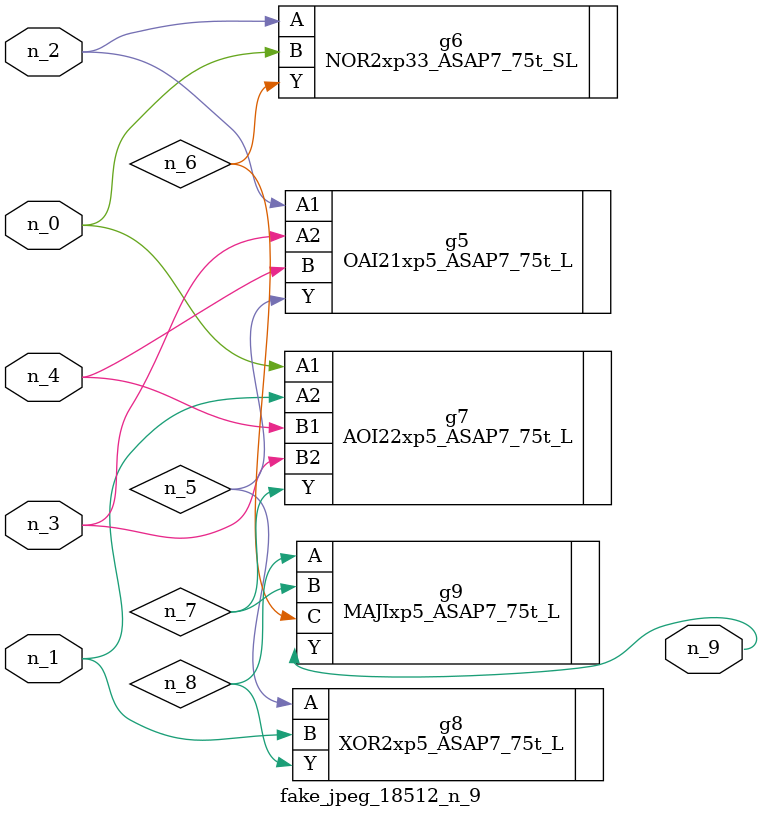
<source format=v>
module fake_jpeg_18512_n_9 (n_3, n_2, n_1, n_0, n_4, n_9);

input n_3;
input n_2;
input n_1;
input n_0;
input n_4;

output n_9;

wire n_8;
wire n_6;
wire n_5;
wire n_7;

OAI21xp5_ASAP7_75t_L g5 ( 
.A1(n_2),
.A2(n_3),
.B(n_4),
.Y(n_5)
);

NOR2xp33_ASAP7_75t_SL g6 ( 
.A(n_2),
.B(n_0),
.Y(n_6)
);

AOI22xp5_ASAP7_75t_L g7 ( 
.A1(n_0),
.A2(n_1),
.B1(n_4),
.B2(n_3),
.Y(n_7)
);

XOR2xp5_ASAP7_75t_L g8 ( 
.A(n_5),
.B(n_1),
.Y(n_8)
);

MAJIxp5_ASAP7_75t_L g9 ( 
.A(n_8),
.B(n_7),
.C(n_6),
.Y(n_9)
);


endmodule
</source>
